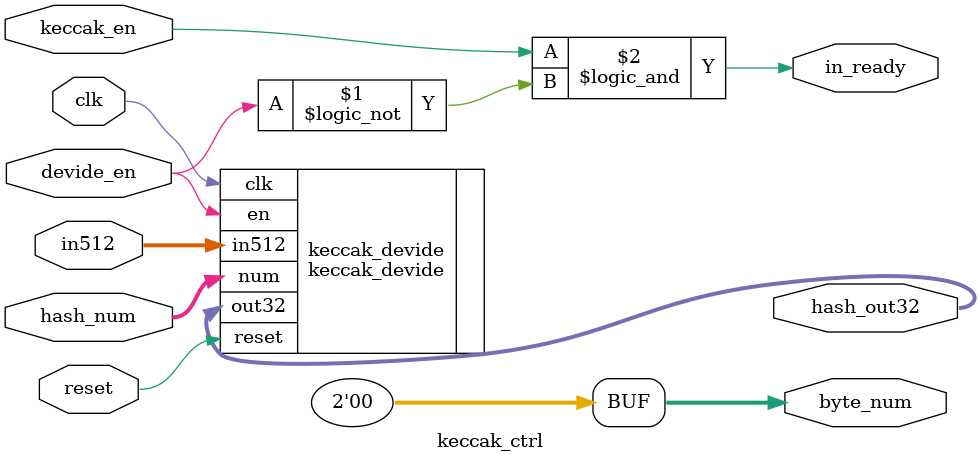
<source format=v>


// synopsys translate_off
//`include "timescale.v"
// synopsys translate_on
//`include "or1200_defines.v"

module keccak_ctrl(clk,reset,
		   in512,hash_num,keccak_en,devide_en,
		   byte_num,hash_out32,in_ready);
   input clk, reset;
   input [511:0] in512;
   input [4:0] 	 hash_num;//from alu (=cust5_limm[4:0])
   input 	 keccak_en;//from alu
   input 	 devide_en;//from keccak(=out_ready)

   output [1:0] byte_num;//to keccak
   output 	 in_ready;//to keccak
   output [31:0] hash_out32;//to wbmux


   assign byte_num = 2'b00; //Fix byte_num = 0 temporarily,because input is 32bit
   assign in_ready = keccak_en && (!devide_en);

   keccak_devide keccak_devide(
			       .clk(clk),
			       .reset(reset),
			       .in512(in512),
			       .out32(hash_out32),
			       .num(hash_num),
			       .en(devide_en)
			       );

endmodule

</source>
